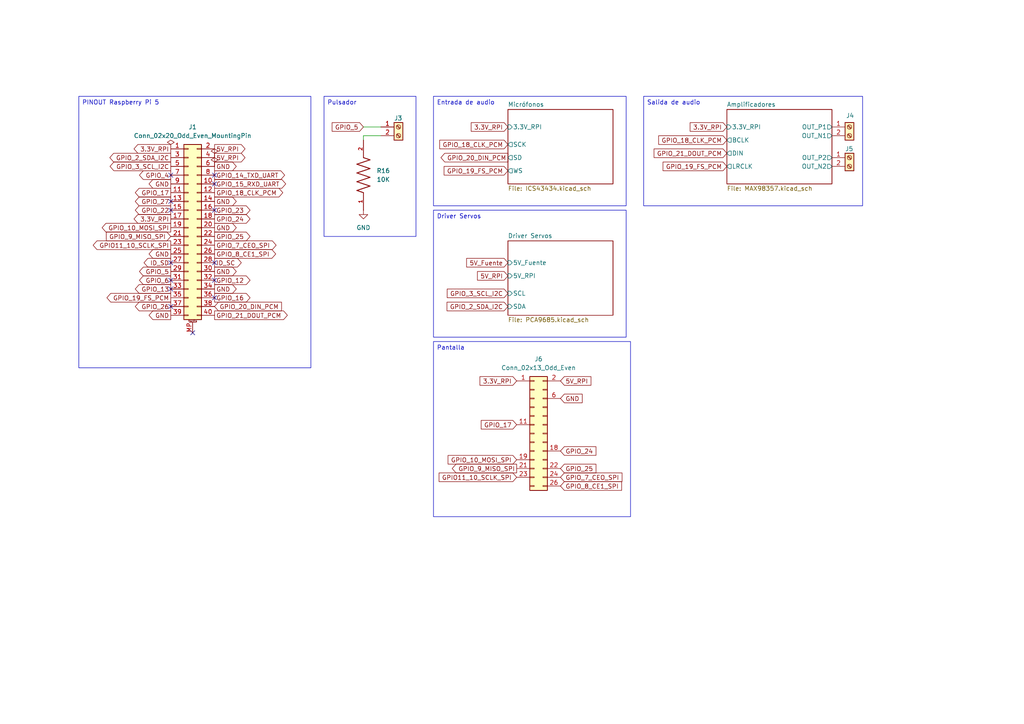
<source format=kicad_sch>
(kicad_sch (version 20250114) (generator "eeschema") (generator_version "9.0")
  (paper "A4")
  (title_block (title "Placa Robot Edu") (date "2025-10-02"))
  (lib_symbols
    (symbol "CR0603AFX-1002EAS:CR0603AFX-1002EAS" (pin_names (offset 1.016))
      (property "Reference" "R" (at -7.6244 2.5415 0))
      (property "Value" "CR0603AFX-1002EAS" (at -7.63 -5.0866 0))
      (symbol "CR0603AFX-1002EAS_0_0"
        (polyline (pts (xy -5.08 0) (xy -4.445 1.905)) (stroke (width 0.254)))
        (polyline (pts (xy -4.445 1.905) (xy -3.175 -1.905)) (stroke (width 0.254)))
        (polyline (pts (xy -3.175 -1.905) (xy -1.905 1.905)) (stroke (width 0.254)))
        (polyline (pts (xy -1.905 1.905) (xy -0.635 -1.905)) (stroke (width 0.254)))
        (polyline (pts (xy -0.635 -1.905) (xy 0.635 1.905)) (stroke (width 0.254)))
        (polyline (pts (xy 0.635 1.905) (xy 1.905 -1.905)) (stroke (width 0.254)))
        (polyline (pts (xy 1.905 -1.905) (xy 3.175 1.905)) (stroke (width 0.254)))
        (polyline (pts (xy 3.175 1.905) (xy 4.445 -1.905)) (stroke (width 0.254)))
        (polyline (pts (xy 4.445 -1.905) (xy 5.08 0)) (stroke (width 0.254)))
        (pin passive line (at -10.16 0 0) (length 5.08) (name "~") (number "1"))
        (pin passive line (at 10.16 0 180) (length 5.08) (name "~") (number "2"))
      )
    )
    (symbol "Connector:Screw_Terminal_01x02" (pin_names (offset 1.016) (hide yes))
      (property "Reference" "J" (at 0 2.54 0))
      (property "Value" "Screw_Terminal_01x02" (at 0 -5.08 0))
      (symbol "Screw_Terminal_01x02_1_1"
        (rectangle (start -1.27 1.27) (end 1.27 -3.81) (stroke (width 0.254)) (fill (type background)))
        (polyline (pts (xy -0.5334 0.3302) (xy 0.3302 -0.508)) (stroke (width 0.1524)))
        (polyline (pts (xy -0.5334 -2.2098) (xy 0.3302 -3.048)) (stroke (width 0.1524)))
        (polyline (pts (xy -0.3556 0.508) (xy 0.508 -0.3302)) (stroke (width 0.1524)))
        (polyline (pts (xy -0.3556 -2.032) (xy 0.508 -2.8702)) (stroke (width 0.1524)))
        (circle (center 0 0) (radius 0.635) (stroke (width 0.1524)))
        (circle (center 0 -2.54) (radius 0.635) (stroke (width 0.1524)))
        (pin passive line (at -5.08 0 0) (length 3.81) (name "Pin_1") (number "1"))
        (pin passive line (at -5.08 -2.54 0) (length 3.81) (name "Pin_2") (number "2"))
      )
    )
    (symbol "Connector_Generic:Conn_02x13_Odd_Even" (pin_names (offset 1.016) (hide yes))
      (property "Reference" "J2" (at 1.27 21.59 0))
      (property "Value" "Conn_02x13_Odd_Even" (at 1.27 19.05 0))
      (symbol "Conn_02x13_Odd_Even_1_1"
        (rectangle (start -1.27 16.51) (end 3.81 -16.51) (stroke (width 0.254)) (fill (type background)))
        (rectangle (start -1.27 15.367) (end 0 15.113) (stroke (width 0.1524)))
        (rectangle (start -1.27 12.827) (end 0 12.573) (stroke (width 0.1524)))
        (rectangle (start -1.27 10.287) (end 0 10.033) (stroke (width 0.1524)))
        (rectangle (start -1.27 7.747) (end 0 7.493) (stroke (width 0.1524)))
        (rectangle (start -1.27 5.207) (end 0 4.953) (stroke (width 0.1524)))
        (rectangle (start -1.27 2.667) (end 0 2.413) (stroke (width 0.1524)))
        (rectangle (start -1.27 0.127) (end 0 -0.127) (stroke (width 0.1524)))
        (rectangle (start -1.27 -2.413) (end 0 -2.667) (stroke (width 0.1524)))
        (rectangle (start -1.27 -4.953) (end 0 -5.207) (stroke (width 0.1524)))
        (rectangle (start -1.27 -7.493) (end 0 -7.747) (stroke (width 0.1524)))
        (rectangle (start -1.27 -10.033) (end 0 -10.287) (stroke (width 0.1524)))
        (rectangle (start -1.27 -12.573) (end 0 -12.827) (stroke (width 0.1524)))
        (rectangle (start -1.27 -15.113) (end 0 -15.367) (stroke (width 0.1524)))
        (rectangle (start 3.81 15.367) (end 2.54 15.113) (stroke (width 0.1524)))
        (rectangle (start 3.81 12.827) (end 2.54 12.573) (stroke (width 0.1524)))
        (rectangle (start 3.81 10.287) (end 2.54 10.033) (stroke (width 0.1524)))
        (rectangle (start 3.81 7.747) (end 2.54 7.493) (stroke (width 0.1524)))
        (rectangle (start 3.81 5.207) (end 2.54 4.953) (stroke (width 0.1524)))
        (rectangle (start 3.81 2.667) (end 2.54 2.413) (stroke (width 0.1524)))
        (rectangle (start 3.81 0.127) (end 2.54 -0.127) (stroke (width 0.1524)))
        (rectangle (start 3.81 -2.413) (end 2.54 -2.667) (stroke (width 0.1524)))
        (rectangle (start 3.81 -4.953) (end 2.54 -5.207) (stroke (width 0.1524)))
        (rectangle (start 3.81 -7.493) (end 2.54 -7.747) (stroke (width 0.1524)))
        (rectangle (start 3.81 -10.033) (end 2.54 -10.287) (stroke (width 0.1524)))
        (rectangle (start 3.81 -12.573) (end 2.54 -12.827) (stroke (width 0.1524)))
        (rectangle (start 3.81 -15.113) (end 2.54 -15.367) (stroke (width 0.1524)))
        (pin passive line (at -5.08 15.24 0) (length 3.81) (name "Pin_1") (number "1"))
        (pin passive line (at -5.08 2.54 0) (length 3.81) (name "Pin_11") (number "11"))
        (pin passive line (at -5.08 -7.62 0) (length 3.81) (name "Pin_19") (number "19"))
        (pin passive line (at -5.08 -10.16 0) (length 3.81) (name "Pin_21") (number "21"))
        (pin passive line (at -5.08 -12.7 0) (length 3.81) (name "Pin_23") (number "23"))
        (pin passive line (at 7.62 15.24 180) (length 3.81) (name "Pin_2") (number "2"))
        (pin passive line (at 7.62 10.16 180) (length 3.81) (name "Pin_6") (number "6"))
        (pin passive line (at 7.62 -5.08 180) (length 3.81) (name "Pin_18") (number "18"))
        (pin passive line (at 7.62 -10.16 180) (length 3.81) (name "Pin_22") (number "22"))
        (pin passive line (at 7.62 -12.7 180) (length 3.81) (name "Pin_24") (number "24"))
        (pin passive line (at 7.62 -15.24 180) (length 3.81) (name "Pin_26") (number "26"))
      )
    )
    (symbol "Connector_Generic_MountingPin:Conn_02x20_Odd_Even_MountingPin" (pin_names (offset 1.016) (hide yes))
      (property "Reference" "J" (at 1.27 25.4 0))
      (property "Value" "Conn_02x20_Odd_Even_MountingPin" (at 2.54 -27.94 0))
      (symbol "Conn_02x20_Odd_Even_MountingPin_1_1"
        (rectangle (start -1.27 24.13) (end 3.81 -26.67) (stroke (width 0.254)) (fill (type background)))
        (rectangle (start -1.27 22.987) (end 0 22.733) (stroke (width 0.1524)))
        (rectangle (start -1.27 20.447) (end 0 20.193) (stroke (width 0.1524)))
        (rectangle (start -1.27 17.907) (end 0 17.653) (stroke (width 0.1524)))
        (rectangle (start -1.27 15.367) (end 0 15.113) (stroke (width 0.1524)))
        (rectangle (start -1.27 12.827) (end 0 12.573) (stroke (width 0.1524)))
        (rectangle (start -1.27 10.287) (end 0 10.033) (stroke (width 0.1524)))
        (rectangle (start -1.27 7.747) (end 0 7.493) (stroke (width 0.1524)))
        (rectangle (start -1.27 5.207) (end 0 4.953) (stroke (width 0.1524)))
        (rectangle (start -1.27 2.667) (end 0 2.413) (stroke (width 0.1524)))
        (rectangle (start -1.27 0.127) (end 0 -0.127) (stroke (width 0.1524)))
        (rectangle (start -1.27 -2.413) (end 0 -2.667) (stroke (width 0.1524)))
        (rectangle (start -1.27 -4.953) (end 0 -5.207) (stroke (width 0.1524)))
        (rectangle (start -1.27 -7.493) (end 0 -7.747) (stroke (width 0.1524)))
        (rectangle (start -1.27 -10.033) (end 0 -10.287) (stroke (width 0.1524)))
        (rectangle (start -1.27 -12.573) (end 0 -12.827) (stroke (width 0.1524)))
        (rectangle (start -1.27 -15.113) (end 0 -15.367) (stroke (width 0.1524)))
        (rectangle (start -1.27 -17.653) (end 0 -17.907) (stroke (width 0.1524)))
        (rectangle (start -1.27 -20.193) (end 0 -20.447) (stroke (width 0.1524)))
        (rectangle (start -1.27 -22.733) (end 0 -22.987) (stroke (width 0.1524)))
        (rectangle (start -1.27 -25.273) (end 0 -25.527) (stroke (width 0.1524)))
        (polyline (pts (xy 0.254 -27.432) (xy 2.286 -27.432)) (stroke (width 0.1524)))
        (rectangle (start 3.81 22.987) (end 2.54 22.733) (stroke (width 0.1524)))
        (rectangle (start 3.81 20.447) (end 2.54 20.193) (stroke (width 0.1524)))
        (rectangle (start 3.81 17.907) (end 2.54 17.653) (stroke (width 0.1524)))
        (rectangle (start 3.81 15.367) (end 2.54 15.113) (stroke (width 0.1524)))
        (rectangle (start 3.81 12.827) (end 2.54 12.573) (stroke (width 0.1524)))
        (rectangle (start 3.81 10.287) (end 2.54 10.033) (stroke (width 0.1524)))
        (rectangle (start 3.81 7.747) (end 2.54 7.493) (stroke (width 0.1524)))
        (rectangle (start 3.81 5.207) (end 2.54 4.953) (stroke (width 0.1524)))
        (rectangle (start 3.81 2.667) (end 2.54 2.413) (stroke (width 0.1524)))
        (rectangle (start 3.81 0.127) (end 2.54 -0.127) (stroke (width 0.1524)))
        (rectangle (start 3.81 -2.413) (end 2.54 -2.667) (stroke (width 0.1524)))
        (rectangle (start 3.81 -4.953) (end 2.54 -5.207) (stroke (width 0.1524)))
        (rectangle (start 3.81 -7.493) (end 2.54 -7.747) (stroke (width 0.1524)))
        (rectangle (start 3.81 -10.033) (end 2.54 -10.287) (stroke (width 0.1524)))
        (rectangle (start 3.81 -12.573) (end 2.54 -12.827) (stroke (width 0.1524)))
        (rectangle (start 3.81 -15.113) (end 2.54 -15.367) (stroke (width 0.1524)))
        (rectangle (start 3.81 -17.653) (end 2.54 -17.907) (stroke (width 0.1524)))
        (rectangle (start 3.81 -20.193) (end 2.54 -20.447) (stroke (width 0.1524)))
        (rectangle (start 3.81 -22.733) (end 2.54 -22.987) (stroke (width 0.1524)))
        (rectangle (start 3.81 -25.273) (end 2.54 -25.527) (stroke (width 0.1524)))
        (text "Mounting" (at 1.27 -27.051 0) (effects (font (size 0.381 0.381))))
        (pin passive line (at -5.08 22.86 0) (length 3.81) (name "Pin_1") (number "1"))
        (pin passive line (at -5.08 20.32 0) (length 3.81) (name "Pin_3") (number "3"))
        (pin passive line (at -5.08 17.78 0) (length 3.81) (name "Pin_5") (number "5"))
        (pin passive line (at -5.08 15.24 0) (length 3.81) (name "Pin_7") (number "7"))
        (pin passive line (at -5.08 12.7 0) (length 3.81) (name "Pin_9") (number "9"))
        (pin passive line (at -5.08 10.16 0) (length 3.81) (name "Pin_11") (number "11"))
        (pin passive line (at -5.08 7.62 0) (length 3.81) (name "Pin_13") (number "13"))
        (pin passive line (at -5.08 5.08 0) (length 3.81) (name "Pin_15") (number "15"))
        (pin passive line (at -5.08 2.54 0) (length 3.81) (name "Pin_17") (number "17"))
        (pin passive line (at -5.08 0 0) (length 3.81) (name "Pin_19") (number "19"))
        (pin passive line (at -5.08 -2.54 0) (length 3.81) (name "Pin_21") (number "21"))
        (pin passive line (at -5.08 -5.08 0) (length 3.81) (name "Pin_23") (number "23"))
        (pin passive line (at -5.08 -7.62 0) (length 3.81) (name "Pin_25") (number "25"))
        (pin passive line (at -5.08 -10.16 0) (length 3.81) (name "Pin_27") (number "27"))
        (pin passive line (at -5.08 -12.7 0) (length 3.81) (name "Pin_29") (number "29"))
        (pin passive line (at -5.08 -15.24 0) (length 3.81) (name "Pin_31") (number "31"))
        (pin passive line (at -5.08 -17.78 0) (length 3.81) (name "Pin_33") (number "33"))
        (pin passive line (at -5.08 -20.32 0) (length 3.81) (name "Pin_35") (number "35"))
        (pin passive line (at -5.08 -22.86 0) (length 3.81) (name "Pin_37") (number "37"))
        (pin passive line (at -5.08 -25.4 0) (length 3.81) (name "Pin_39") (number "39"))
        (pin passive line (at 1.27 -30.48 90) (length 3.048) (name "MountPin") (number "MP"))
        (pin passive line (at 7.62 22.86 180) (length 3.81) (name "Pin_2") (number "2"))
        (pin passive line (at 7.62 20.32 180) (length 3.81) (name "Pin_4") (number "4"))
        (pin passive line (at 7.62 17.78 180) (length 3.81) (name "Pin_6") (number "6"))
        (pin passive line (at 7.62 15.24 180) (length 3.81) (name "Pin_8") (number "8"))
        (pin passive line (at 7.62 12.7 180) (length 3.81) (name "Pin_10") (number "10"))
        (pin passive line (at 7.62 10.16 180) (length 3.81) (name "Pin_12") (number "12"))
        (pin passive line (at 7.62 7.62 180) (length 3.81) (name "Pin_14") (number "14"))
        (pin passive line (at 7.62 5.08 180) (length 3.81) (name "Pin_16") (number "16"))
        (pin passive line (at 7.62 2.54 180) (length 3.81) (name "Pin_18") (number "18"))
        (pin passive line (at 7.62 0 180) (length 3.81) (name "Pin_20") (number "20"))
        (pin passive line (at 7.62 -2.54 180) (length 3.81) (name "Pin_22") (number "22"))
        (pin passive line (at 7.62 -5.08 180) (length 3.81) (name "Pin_24") (number "24"))
        (pin passive line (at 7.62 -7.62 180) (length 3.81) (name "Pin_26") (number "26"))
        (pin passive line (at 7.62 -10.16 180) (length 3.81) (name "Pin_28") (number "28"))
        (pin passive line (at 7.62 -12.7 180) (length 3.81) (name "Pin_30") (number "30"))
        (pin passive line (at 7.62 -15.24 180) (length 3.81) (name "Pin_32") (number "32"))
        (pin passive line (at 7.62 -17.78 180) (length 3.81) (name "Pin_34") (number "34"))
        (pin passive line (at 7.62 -20.32 180) (length 3.81) (name "Pin_36") (number "36"))
        (pin passive line (at 7.62 -22.86 180) (length 3.81) (name "Pin_38") (number "38"))
        (pin passive line (at 7.62 -25.4 180) (length 3.81) (name "Pin_40") (number "40"))
      )
    )
    (symbol "power:GND" (power) (pin_numbers (hide yes)) (pin_names (offset 0) (hide yes))
      (property "Value" "GND" (at 0 -3.81 0))
      (symbol "GND_0_1"
        (polyline (pts (xy 0 0) (xy 0 -1.27) (xy 1.27 -1.27) (xy 0 -2.54) (xy -1.27 -1.27) (xy 0 -1.27)))
      )
      (symbol "GND_1_1"
        (pin power_in line (at 0 0 270) (length 0) (name "~") (number "1"))
      )
    )
    (symbol "power:PWR_FLAG" (power) (pin_numbers (hide yes)) (pin_names (offset 0) (hide yes))
      (property "Value" "PWR_FLAG" (at 0 3.81 0))
      (symbol "PWR_FLAG_0_0"
        (pin power_out line (at 0 0 90) (length 0) (name "~") (number "1"))
      )
      (symbol "PWR_FLAG_0_1"
        (polyline (pts (xy 0 0) (xy 0 1.27) (xy -1.016 1.905) (xy 0 2.54) (xy 1.016 1.905) (xy 0 1.27)))
      )
    )
  )
  (text_box "Pantalla" (at 125.73 99.06 0) (size 57.15 50.8) (margins 0.9525 0.9525 0.9525 0.9525) (effects (font (size 1.27 1.27)) (justify left top)))
  (text_box "Pulsador\n" (at 93.98 27.94 0) (size 26.67 40.64) (margins 0.9525 0.9525 0.9525 0.9525) (effects (font (size 1.27 1.27)) (justify left top)))
  (text_box "Driver Servos\n\n" (at 125.73 60.96 0) (size 55.88 36.83) (margins 0.9525 0.9525 0.9525 0.9525) (effects (font (size 1.27 1.27)) (justify left top)))
  (text_box "PINOUT Raspberry Pi 5 \n" (at 22.86 27.94 0) (size 67.31 78.74) (margins 0.9525 0.9525 0.9525 0.9525) (effects (font (size 1.27 1.27)) (justify left top)))
  (text_box "Salida de audio \n" (at 186.69 27.94 0) (size 63.5 31.75) (margins 0.9525 0.9525 0.9525 0.9525) (effects (font (size 1.27 1.27)) (justify left top)))
  (text_box "Entrada de audio\n" (at 125.73 27.94 0) (size 55.88 31.75) (margins 0.9525 0.9525 0.9525 0.9525) (effects (font (size 1.27 1.27)) (justify left top)))
  (no_connect (at 62.23 50.8))
  (no_connect (at 49.53 83.82))
  (no_connect (at 55.88 96.52))
  (no_connect (at 49.53 50.8))
  (no_connect (at 49.53 76.2))
  (no_connect (at 49.53 81.28))
  (no_connect (at 62.23 53.34))
  (no_connect (at 62.23 76.2))
  (no_connect (at 49.53 60.96))
  (no_connect (at 62.23 86.36))
  (no_connect (at 49.53 58.42))
  (no_connect (at 62.23 81.28))
  (no_connect (at 62.23 60.96))
  (no_connect (at 49.53 88.9))
  (wire (pts (xy 105.41 40.64) (xy 105.41 39.37)))
  (wire (pts (xy 105.41 39.37) (xy 110.49 39.37)))
  (wire (pts (xy 105.41 36.83) (xy 110.49 36.83)))
  (global_label "GPIO_19_FS_PCM" (shape input) (at 210.82 48.26 180) (property "Intersheetrefs" "${INTERSHEET_REFS}" (effects (hide yes))))
  (global_label "GPIO_10_MOSI_SPI" (shape output) (at 49.53 66.04 180) (property "Intersheetrefs" "${INTERSHEET_REFS}" (effects (hide yes))))
  (global_label "GPIO_21_DOUT_PCM" (shape output) (at 62.23 91.44 0) (property "Intersheetrefs" "${INTERSHEET_REFS}" (effects (hide yes))))
  (global_label "GPIO_19_FS_PCM" (shape input) (at 147.32 49.53 180) (property "Intersheetrefs" "${INTERSHEET_REFS}" (effects (hide yes))))
  (global_label "3.3V_RPI" (shape output) (at 49.53 43.18 180) (property "Intersheetrefs" "${INTERSHEET_REFS}" (effects (hide yes))))
  (global_label "GPIO_13" (shape output) (at 49.53 83.82 180) (property "Intersheetrefs" "${INTERSHEET_REFS}" (effects (hide yes))))
  (global_label "3.3V_RPI" (shape input) (at 210.82 36.83 180) (property "Intersheetrefs" "${INTERSHEET_REFS}" (effects (hide yes))))
  (global_label "GPIO_14_TXD_UART" (shape output) (at 62.23 50.8 0) (property "Intersheetrefs" "${INTERSHEET_REFS}" (effects (hide yes))))
  (global_label "GPIO_24" (shape input) (at 162.56 130.81 0) (property "Intersheetrefs" "${INTERSHEET_REFS}" (effects (hide yes))))
  (global_label "GPIO_12" (shape output) (at 62.23 81.28 0) (property "Intersheetrefs" "${INTERSHEET_REFS}" (effects (hide yes))))
  (global_label "GPIO_25" (shape output) (at 62.23 68.58 0) (property "Intersheetrefs" "${INTERSHEET_REFS}" (effects (hide yes))))
  (global_label "GPIO_21_DOUT_PCM" (shape input) (at 210.82 44.45 180) (property "Intersheetrefs" "${INTERSHEET_REFS}" (effects (hide yes))))
  (global_label "5V_RPI" (shape output) (at 62.23 43.18 0) (property "Intersheetrefs" "${INTERSHEET_REFS}" (effects (hide yes))))
  (global_label "GND" (shape output) (at 62.23 66.04 0) (property "Intersheetrefs" "${INTERSHEET_REFS}" (effects (hide yes))))
  (global_label "GPIO_17" (shape input) (at 149.86 123.19 180) (property "Intersheetrefs" "${INTERSHEET_REFS}" (effects (hide yes))))
  (global_label "5V_RPI" (shape input) (at 147.32 80.01 180) (property "Intersheetrefs" "${INTERSHEET_REFS}" (effects (hide yes))))
  (global_label "GPIO_3_SCL_I2C" (shape output) (at 49.53 48.26 180) (property "Intersheetrefs" "${INTERSHEET_REFS}" (effects (hide yes))))
  (global_label "ID_SD" (shape output) (at 49.53 76.2 180) (property "Intersheetrefs" "${INTERSHEET_REFS}" (effects (hide yes))))
  (global_label "GND" (shape output) (at 62.23 48.26 0) (property "Intersheetrefs" "${INTERSHEET_REFS}" (effects (hide yes))))
  (global_label "GND" (shape output) (at 49.53 73.66 180) (property "Intersheetrefs" "${INTERSHEET_REFS}" (effects (hide yes))))
  (global_label "GPIO_2_SDA_I2C" (shape input) (at 147.32 88.9 180) (property "Intersheetrefs" "${INTERSHEET_REFS}" (effects (hide yes))))
  (global_label "GND" (shape output) (at 62.23 58.42 0) (property "Intersheetrefs" "${INTERSHEET_REFS}" (effects (hide yes))))
  (global_label "GND" (shape output) (at 62.23 83.82 0) (property "Intersheetrefs" "${INTERSHEET_REFS}" (effects (hide yes))))
  (global_label "GPIO11_10_SCLK_SPI" (shape input) (at 149.86 138.43 180) (property "Intersheetrefs" "${INTERSHEET_REFS}" (effects (hide yes))))
  (global_label "GPIO_15_RXD_UART" (shape output) (at 62.23 53.34 0) (property "Intersheetrefs" "${INTERSHEET_REFS}" (effects (hide yes))))
  (global_label "GPIO_4" (shape output) (at 49.53 50.8 180) (property "Intersheetrefs" "${INTERSHEET_REFS}" (effects (hide yes))))
  (global_label "GPIO_9_MISO_SPI" (shape input) (at 49.53 68.58 180) (property "Intersheetrefs" "${INTERSHEET_REFS}" (effects (hide yes))))
  (global_label "GPIO_5" (shape input) (at 105.41 36.83 180) (property "Intersheetrefs" "${INTERSHEET_REFS}" (effects (hide yes))))
  (global_label "GPIO_6" (shape output) (at 49.53 81.28 180) (property "Intersheetrefs" "${INTERSHEET_REFS}" (effects (hide yes))))
  (global_label "GPIO_8_CE1_SPI" (shape input) (at 162.56 140.97 0) (property "Intersheetrefs" "${INTERSHEET_REFS}" (effects (hide yes))))
  (global_label "GPIO_19_FS_PCM" (shape output) (at 49.53 86.36 180) (property "Intersheetrefs" "${INTERSHEET_REFS}" (effects (hide yes))))
  (global_label "GPIO_18_CLK_PCM" (shape output) (at 62.23 55.88 0) (property "Intersheetrefs" "${INTERSHEET_REFS}" (effects (hide yes))))
  (global_label "GPIO_23" (shape output) (at 62.23 60.96 0) (property "Intersheetrefs" "${INTERSHEET_REFS}" (effects (hide yes))))
  (global_label "GPIO_20_DIN_PCM" (shape output) (at 147.32 45.72 180) (property "Intersheetrefs" "${INTERSHEET_REFS}" (effects (hide yes))))
  (global_label "GPIO_3_SCL_I2C" (shape input) (at 147.32 85.09 180) (property "Intersheetrefs" "${INTERSHEET_REFS}" (effects (hide yes))))
  (global_label "5V_RPI" (shape input) (at 162.56 110.49 0) (property "Intersheetrefs" "${INTERSHEET_REFS}" (effects (hide yes))))
  (global_label "5V_Fuente" (shape input) (at 147.32 76.2 180) (property "Intersheetrefs" "${INTERSHEET_REFS}" (effects (hide yes))))
  (global_label "GPIO_7_CEO_SPI" (shape input) (at 162.56 138.43 0) (property "Intersheetrefs" "${INTERSHEET_REFS}" (effects (hide yes))))
  (global_label "GPIO_27" (shape output) (at 49.53 58.42 180) (property "Intersheetrefs" "${INTERSHEET_REFS}" (effects (hide yes))))
  (global_label "GPIO_24" (shape output) (at 62.23 63.5 0) (property "Intersheetrefs" "${INTERSHEET_REFS}" (effects (hide yes))))
  (global_label "GPIO_20_DIN_PCM" (shape input) (at 62.23 88.9 0) (property "Intersheetrefs" "${INTERSHEET_REFS}" (effects (hide yes))))
  (global_label "GPIO_2_SDA_I2C" (shape output) (at 49.53 45.72 180) (property "Intersheetrefs" "${INTERSHEET_REFS}" (effects (hide yes))))
  (global_label "GPIO11_10_SCLK_SPI" (shape output) (at 49.53 71.12 180) (property "Intersheetrefs" "${INTERSHEET_REFS}" (effects (hide yes))))
  (global_label "GND" (shape input) (at 162.56 115.57 0) (property "Intersheetrefs" "${INTERSHEET_REFS}" (effects (hide yes))))
  (global_label "GPIO_9_MISO_SPI" (shape output) (at 149.86 135.89 180) (property "Intersheetrefs" "${INTERSHEET_REFS}" (effects (hide yes))))
  (global_label "3.3V_RPI" (shape input) (at 147.32 36.83 180) (property "Intersheetrefs" "${INTERSHEET_REFS}" (effects (hide yes))))
  (global_label "GPIO_25" (shape input) (at 162.56 135.89 0) (property "Intersheetrefs" "${INTERSHEET_REFS}" (effects (hide yes))))
  (global_label "GPIO_10_MOSI_SPI" (shape input) (at 149.86 133.35 180) (property "Intersheetrefs" "${INTERSHEET_REFS}" (effects (hide yes))))
  (global_label "GPIO_18_CLK_PCM" (shape input) (at 210.82 40.64 180) (property "Intersheetrefs" "${INTERSHEET_REFS}" (effects (hide yes))))
  (global_label "5V_RPI" (shape output) (at 62.23 45.72 0) (property "Intersheetrefs" "${INTERSHEET_REFS}" (effects (hide yes))))
  (global_label "3.3V_RPI" (shape output) (at 49.53 63.5 180) (property "Intersheetrefs" "${INTERSHEET_REFS}" (effects (hide yes))))
  (global_label "GPIO_7_CEO_SPI" (shape output) (at 62.23 71.12 0) (property "Intersheetrefs" "${INTERSHEET_REFS}" (effects (hide yes))))
  (global_label "GND" (shape output) (at 49.53 91.44 180) (property "Intersheetrefs" "${INTERSHEET_REFS}" (effects (hide yes))))
  (global_label "3.3V_RPI" (shape input) (at 149.86 110.49 180) (property "Intersheetrefs" "${INTERSHEET_REFS}" (effects (hide yes))))
  (global_label "GPIO_5" (shape output) (at 49.53 78.74 180) (property "Intersheetrefs" "${INTERSHEET_REFS}" (effects (hide yes))))
  (global_label "ID_SC" (shape output) (at 62.23 76.2 0) (property "Intersheetrefs" "${INTERSHEET_REFS}" (effects (hide yes))))
  (global_label "GPIO_18_CLK_PCM" (shape input) (at 147.32 41.91 180) (property "Intersheetrefs" "${INTERSHEET_REFS}" (effects (hide yes))))
  (global_label "GPIO_16" (shape output) (at 62.23 86.36 0) (property "Intersheetrefs" "${INTERSHEET_REFS}" (effects (hide yes))))
  (global_label "GND" (shape output) (at 62.23 78.74 0) (property "Intersheetrefs" "${INTERSHEET_REFS}" (effects (hide yes))))
  (global_label "GND" (shape output) (at 49.53 53.34 180) (property "Intersheetrefs" "${INTERSHEET_REFS}" (effects (hide yes))))
  (global_label "GPIO_8_CE1_SPI" (shape output) (at 62.23 73.66 0) (property "Intersheetrefs" "${INTERSHEET_REFS}" (effects (hide yes))))
  (global_label "GPIO_26" (shape output) (at 49.53 88.9 180) (property "Intersheetrefs" "${INTERSHEET_REFS}" (effects (hide yes))))
  (global_label "GPIO_17" (shape output) (at 49.53 55.88 180) (property "Intersheetrefs" "${INTERSHEET_REFS}" (effects (hide yes))))
  (global_label "GPIO_22" (shape output) (at 49.53 60.96 180) (property "Intersheetrefs" "${INTERSHEET_REFS}" (effects (hide yes))))
  (symbol (lib_id "power:GND") (at 105.41 60.96 0) (unit 1)
    (property "Reference" "#PWR08" (effects (hide yes)))
    (property "Value" "GND" (at 105.41 66.04 0))
    (property "Description" "Power symbol creates a global label with name \"GND\" , ground" (effects (hide yes)))
  )
  (symbol (lib_id "Connector_Generic_MountingPin:Conn_02x20_Odd_Even_MountingPin") (at 54.61 66.04 0) (unit 1)
    (property "Reference" "J1" (at 55.88 36.83 0))
    (property "Value" "Conn_02x20_Odd_Even_MountingPin" (at 55.88 39.37 0))
    (property "Footprint" "MTSW-113-09-L-D-500 - Copy:Untitled" (effects (hide yes)))
    (property "Description" "Generic connectable mounting pin connector, double row, 02x20, odd/even pin numbering scheme (row 1 odd numbers, row 2 even numbers), script generated (kicad-library-utils/schlib/autogen/connector/)" (effects (hide yes)))
  )
  (symbol (lib_id "Connector:Screw_Terminal_01x02") (at 115.57 36.83 0) (unit 1)
    (property "Reference" "J3" (at 114.3 34.29 0) (effects (justify left)))
    (property "Value" "Screw_Terminal_01x02" (effects (hide yes)))
    (property "Footprint" "Connector_PinHeader_2.54mm:PinHeader_1x02_P2.54mm_Vertical" (effects (hide yes)))
    (property "Description" "Generic screw terminal, single row, 01x02, script generated (kicad-library-utils/schlib/autogen/connector/)" (effects (hide yes)))
  )
  (symbol (lib_id "Connector_Generic:Conn_02x13_Odd_Even") (at 154.94 125.73 0) (unit 1)
    (property "Reference" "J6" (at 156.21 104.14 0))
    (property "Value" "Conn_02x13_Odd_Even" (at 156.21 106.68 0))
    (property "Footprint" "MTSW-113-09-L-D-500:SAMTEC_MTSW-113-09-L-D-500" (effects (hide yes)))
    (property "Description" "Generic connector, double row, 02x13, odd/even pin numbering scheme (row 1 odd numbers, row 2 even numbers), script generated (kicad-library-utils/schlib/autogen/connector/)" (effects (hide yes)))
  )
  (symbol (lib_id "Connector:Screw_Terminal_01x02") (at 246.38 36.83 0) (unit 1)
    (property "Reference" "J4" (at 245.364 33.528 0) (effects (justify left)))
    (property "Value" "Screw_Terminal_01x02" (effects (hide yes)))
    (property "Footprint" "PinHeader_1x02_P2.54mm_Vertical_Edited" (effects (hide yes)))
    (property "Description" "Generic screw terminal, single row, 01x02, script generated (kicad-library-utils/schlib/autogen/connector/)" (effects (hide yes)))
  )
  (symbol (lib_id "power:PWR_FLAG") (at 62.23 48.26 0) (unit 1)
    (property "Reference" "#FLG03" (effects (hide yes)))
    (property "Value" "PWR_FLAG" (effects (hide yes)))
    (property "Description" "Special symbol for telling ERC where power comes from" (effects (hide yes)))
  )
  (symbol (lib_id "power:PWR_FLAG") (at 62.23 45.72 0) (unit 1)
    (property "Reference" "#FLG04" (effects (hide yes)))
    (property "Value" "PWR_FLAG" (effects (hide yes)))
    (property "Description" "Special symbol for telling ERC where power comes from" (effects (hide yes)))
  )
  (symbol (lib_id "Connector:Screw_Terminal_01x02") (at 246.38 45.72 0) (unit 1)
    (property "Reference" "J5" (at 245.11 43.18 0) (effects (justify left)))
    (property "Value" "Screw_Terminal_01x02" (effects (hide yes)))
    (property "Footprint" "PinHeader_1x02_P2.54mm_Vertical_Edited" (effects (hide yes)))
    (property "Description" "Generic screw terminal, single row, 01x02, script generated (kicad-library-utils/schlib/autogen/connector/)" (effects (hide yes)))
  )
  (symbol (lib_id "power:PWR_FLAG") (at 49.53 43.18 0) (unit 1)
    (property "Reference" "#FLG01" (effects (hide yes)))
    (property "Value" "PWR_FLAG" (effects (hide yes)))
    (property "Description" "Special symbol for telling ERC where power comes from" (effects (hide yes)))
  )
  (symbol (lib_id "CR0603AFX-1002EAS:CR0603AFX-1002EAS") (at 105.41 50.8 90) (unit 1)
    (property "Reference" "R16" (at 109.22 49.5299 90) (effects (justify right)))
    (property "Value" "10K" (at 109.22 52.0699 90) (effects (justify right)))
    (property "Footprint" "CR0603AFX-1002EAS:RESC1608X55N" (effects (hide yes)))
    (property "MF" "Bourns" (effects (hide yes)))
    (property "Description_1" "Resistor, AS 0603 10k 1% 100mW TC100 | Bourns CR0603AFX-1002EAS" (effects (hide yes)))
    (property "Package" "0603-2 Bourns" (effects (hide yes)))
    (property "Price" "None" (effects (hide yes)))
    (property "SnapEDA_Link" "https://www.snapeda.com/parts/CR0603AFX-1002EAS/Bourns/view-part/?ref=snap" (effects (hide yes)))
    (property "MP" "CR0603AFX-1002EAS" (effects (hide yes)))
    (property "Availability" "In Stock" (effects (hide yes)))
    (property "Check_prices" "https://www.snapeda.com/parts/CR0603AFX-1002EAS/Bourns/view-part/?ref=eda" (effects (hide yes)))
  )
  (sheet (at 210.82 31.75) (size 30.48 21.59) (stroke (width 0.1524))
    (property "Sheetname" "Amplificadores" (at 210.82 31.0384 0) (effects (justify left bottom)))
    (property "Sheetfile" "MAX98357.kicad_sch" (at 210.82 53.9246 0) (effects (justify left top)))
    (pin "3.3V_RPI" input (at 210.82 36.83 180))
    (pin "BCLK" output (at 210.82 40.64 180))
    (pin "DIN" output (at 210.82 44.45 180))
    (pin "LRCLK" output (at 210.82 48.26 180))
    (pin "OUT_N1" output (at 241.3 39.37 0))
    (pin "OUT_P1" output (at 241.3 36.83 0))
    (pin "OUT_P2" output (at 241.3 45.72 0))
    (pin "OUT_N2" output (at 241.3 48.26 0))
  )
  (sheet (at 147.32 31.75) (size 30.48 21.59) (stroke (width 0.1524))
    (property "Sheetname" "Micrófonos" (at 147.32 31.0384 0) (effects (justify left bottom)))
    (property "Sheetfile" "ICS43434.kicad_sch" (at 147.32 53.9246 0) (effects (justify left top)))
    (pin "3.3V_RPI" input (at 147.32 36.83 180))
    (pin "SCK" output (at 147.32 41.91 180))
    (pin "SD" output (at 147.32 45.72 180))
    (pin "WS" output (at 147.32 49.53 180))
  )
  (sheet (at 147.32 69.85) (size 30.48 21.59) (stroke (width 0.1524))
    (property "Sheetname" "Driver Servos" (at 147.32 69.1384 0) (effects (justify left bottom)))
    (property "Sheetfile" "PCA9685.kicad_sch" (at 147.32 92.0246 0) (effects (justify left top)))
    (pin "5V_Fuente" input (at 147.32 76.2 180))
    (pin "5V_RPI" input (at 147.32 80.01 180))
    (pin "SCL" input (at 147.32 85.09 180))
    (pin "SDA" input (at 147.32 88.9 180))
  )
)
</source>
